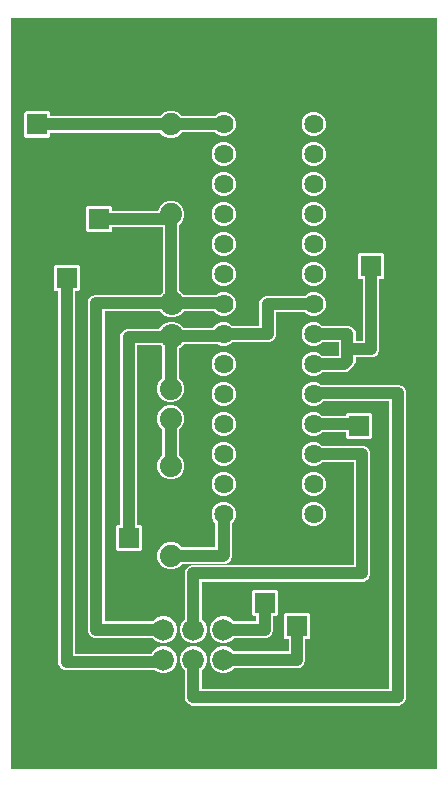
<source format=gbr>
G04 EAGLE Gerber RS-274X export*
G75*
%MOMM*%
%FSLAX34Y34*%
%LPD*%
%INBottom Copper*%
%IPPOS*%
%AMOC8*
5,1,8,0,0,1.08239X$1,22.5*%
G01*
%ADD10C,2.032000*%
%ADD11C,1.828800*%
%ADD12C,1.879600*%
%ADD13C,1.625600*%
%ADD14R,1.800000X1.800000*%
%ADD15C,1.000000*%
%ADD16C,0.009000*%

G36*
X360043Y-9D02*
X360043Y-9D01*
X360039Y-4D01*
X360044Y0D01*
X360044Y635000D01*
X360009Y635043D01*
X360004Y635039D01*
X360000Y635044D01*
X0Y635044D01*
X-43Y635009D01*
X-39Y635004D01*
X-44Y635000D01*
X-44Y0D01*
X-9Y-43D01*
X-4Y-39D01*
X0Y-44D01*
X360000Y-44D01*
X360043Y-9D01*
G37*
%LPC*%
G36*
X127077Y106223D02*
X127077Y106223D01*
X122969Y107925D01*
X120539Y110354D01*
X120518Y110356D01*
X120516Y110360D01*
X120514Y110360D01*
X120508Y110367D01*
X71101Y110367D01*
X68516Y111438D01*
X66538Y113416D01*
X65467Y116001D01*
X65467Y395269D01*
X66538Y397854D01*
X68516Y399832D01*
X71101Y400903D01*
X125971Y400903D01*
X125989Y400917D01*
X126003Y400916D01*
X128654Y403567D01*
X128656Y403587D01*
X128666Y403595D01*
X128665Y403597D01*
X128667Y403599D01*
X128667Y457923D01*
X128632Y457966D01*
X128627Y457962D01*
X128623Y457967D01*
X86077Y457967D01*
X86034Y457932D01*
X86038Y457927D01*
X86033Y457923D01*
X86033Y455158D01*
X84842Y453967D01*
X65158Y453967D01*
X63967Y455158D01*
X63967Y474842D01*
X65158Y476033D01*
X84842Y476033D01*
X86033Y474842D01*
X86033Y472077D01*
X86068Y472034D01*
X86073Y472038D01*
X86077Y472033D01*
X124637Y472033D01*
X124666Y472056D01*
X124678Y472060D01*
X126010Y475275D01*
X129225Y478490D01*
X133426Y480231D01*
X137974Y480231D01*
X142175Y478490D01*
X145390Y475275D01*
X147131Y471074D01*
X147131Y466526D01*
X145390Y462325D01*
X142746Y459680D01*
X142743Y459658D01*
X142733Y459649D01*
X142733Y404391D01*
X142756Y404362D01*
X142760Y404350D01*
X143107Y404206D01*
X146397Y400916D01*
X146420Y400913D01*
X146426Y400905D01*
X146427Y400905D01*
X146429Y400903D01*
X173815Y400903D01*
X173832Y400917D01*
X173846Y400916D01*
X174444Y401514D01*
X178179Y403061D01*
X182221Y403061D01*
X185956Y401514D01*
X188814Y398656D01*
X190361Y394921D01*
X190361Y390879D01*
X188814Y387144D01*
X185956Y384286D01*
X182221Y382739D01*
X178179Y382739D01*
X174444Y384286D01*
X171906Y386824D01*
X171884Y386826D01*
X171879Y386834D01*
X171878Y386834D01*
X171875Y386837D01*
X146429Y386837D01*
X146411Y386823D01*
X146397Y386824D01*
X143107Y383534D01*
X138625Y381677D01*
X133775Y381677D01*
X129293Y383534D01*
X126003Y386824D01*
X125981Y386826D01*
X125975Y386834D01*
X125974Y386834D01*
X125971Y386837D01*
X79577Y386837D01*
X79534Y386802D01*
X79535Y386800D01*
X79534Y386798D01*
X79536Y386795D01*
X79533Y386793D01*
X79533Y124477D01*
X79568Y124434D01*
X79573Y124438D01*
X79577Y124433D01*
X120508Y124433D01*
X120526Y124447D01*
X120539Y124446D01*
X122969Y126875D01*
X127077Y128577D01*
X131523Y128577D01*
X135631Y126875D01*
X138775Y123731D01*
X140477Y119623D01*
X140477Y115177D01*
X138775Y111069D01*
X135631Y107925D01*
X131523Y106223D01*
X127077Y106223D01*
G37*
%LPD*%
%LPC*%
G36*
X153301Y52967D02*
X153301Y52967D01*
X150716Y54038D01*
X148738Y56016D01*
X147667Y58601D01*
X147667Y83208D01*
X147653Y83226D01*
X147654Y83239D01*
X145225Y85669D01*
X143523Y89777D01*
X143523Y94223D01*
X145225Y98331D01*
X148369Y101475D01*
X152477Y103177D01*
X156923Y103177D01*
X161031Y101475D01*
X164175Y98331D01*
X165877Y94223D01*
X165877Y89777D01*
X164175Y85669D01*
X161746Y83239D01*
X161743Y83217D01*
X161733Y83208D01*
X161733Y67077D01*
X161768Y67034D01*
X161773Y67038D01*
X161777Y67033D01*
X320423Y67033D01*
X320466Y67068D01*
X320463Y67072D01*
X320466Y67074D01*
X320465Y67075D01*
X320467Y67077D01*
X320467Y310423D01*
X320432Y310466D01*
X320427Y310462D01*
X320423Y310467D01*
X264555Y310467D01*
X264538Y310453D01*
X264524Y310454D01*
X262156Y308086D01*
X258421Y306539D01*
X254379Y306539D01*
X250644Y308086D01*
X247786Y310944D01*
X246239Y314679D01*
X246239Y318721D01*
X247786Y322456D01*
X250644Y325314D01*
X254379Y326861D01*
X258421Y326861D01*
X262156Y325314D01*
X262924Y324546D01*
X262946Y324543D01*
X262955Y324533D01*
X328899Y324533D01*
X331484Y323462D01*
X333462Y321484D01*
X334533Y318899D01*
X334533Y58601D01*
X333462Y56016D01*
X331484Y54038D01*
X328899Y52967D01*
X153301Y52967D01*
G37*
%LPD*%
%LPC*%
G36*
X90158Y183967D02*
X90158Y183967D01*
X88967Y185158D01*
X88967Y204842D01*
X90158Y206033D01*
X92923Y206033D01*
X92966Y206068D01*
X92962Y206073D01*
X92967Y206077D01*
X92967Y366399D01*
X94038Y368984D01*
X96016Y370962D01*
X98601Y372033D01*
X125501Y372033D01*
X125530Y372056D01*
X125542Y372060D01*
X125864Y372837D01*
X129293Y376266D01*
X133775Y378123D01*
X138625Y378123D01*
X143107Y376266D01*
X146397Y372976D01*
X146420Y372973D01*
X146429Y372963D01*
X171435Y372963D01*
X171464Y372986D01*
X171476Y372990D01*
X171586Y373256D01*
X174444Y376114D01*
X178179Y377661D01*
X182221Y377661D01*
X185956Y376114D01*
X187524Y374546D01*
X187546Y374543D01*
X187555Y374533D01*
X210423Y374533D01*
X210466Y374568D01*
X210462Y374573D01*
X210467Y374577D01*
X210467Y394299D01*
X211538Y396884D01*
X213516Y398862D01*
X216101Y399933D01*
X249045Y399933D01*
X249062Y399947D01*
X249076Y399946D01*
X250644Y401514D01*
X254379Y403061D01*
X258421Y403061D01*
X262156Y401514D01*
X265014Y398656D01*
X266561Y394921D01*
X266561Y390879D01*
X265014Y387144D01*
X262156Y384286D01*
X258421Y382739D01*
X254379Y382739D01*
X250644Y384286D01*
X249076Y385854D01*
X249055Y385856D01*
X249052Y385860D01*
X249051Y385860D01*
X249045Y385867D01*
X224577Y385867D01*
X224534Y385832D01*
X224537Y385827D01*
X224534Y385825D01*
X224534Y385824D01*
X224533Y385823D01*
X224533Y366101D01*
X223462Y363516D01*
X221484Y361538D01*
X218899Y360467D01*
X187555Y360467D01*
X187537Y360453D01*
X187524Y360454D01*
X185956Y358886D01*
X182221Y357339D01*
X178179Y357339D01*
X174436Y358890D01*
X174426Y358886D01*
X174424Y358887D01*
X174415Y358897D01*
X146429Y358897D01*
X146411Y358883D01*
X146397Y358884D01*
X143107Y355594D01*
X142560Y355367D01*
X142549Y355346D01*
X142537Y355336D01*
X142540Y355332D01*
X142533Y355326D01*
X142533Y330351D01*
X142547Y330334D01*
X142546Y330320D01*
X145190Y327675D01*
X146931Y323474D01*
X146931Y318926D01*
X145190Y314725D01*
X141975Y311510D01*
X137774Y309769D01*
X133226Y309769D01*
X129025Y311510D01*
X125810Y314725D01*
X124069Y318926D01*
X124069Y323474D01*
X125810Y327675D01*
X128454Y330320D01*
X128457Y330342D01*
X128467Y330351D01*
X128467Y356401D01*
X128453Y356419D01*
X128454Y356433D01*
X126933Y357954D01*
X126910Y357957D01*
X126901Y357967D01*
X107077Y357967D01*
X107034Y357932D01*
X107038Y357927D01*
X107033Y357923D01*
X107033Y206077D01*
X107068Y206034D01*
X107073Y206038D01*
X107077Y206033D01*
X109842Y206033D01*
X111033Y204842D01*
X111033Y185158D01*
X109842Y183967D01*
X90158Y183967D01*
G37*
%LPD*%
%LPC*%
G36*
X127077Y80823D02*
X127077Y80823D01*
X122969Y82525D01*
X122539Y82954D01*
X122517Y82957D01*
X122508Y82967D01*
X46101Y82967D01*
X43516Y84038D01*
X41538Y86016D01*
X40467Y88601D01*
X40467Y403923D01*
X40432Y403966D01*
X40427Y403962D01*
X40423Y403967D01*
X37658Y403967D01*
X36467Y405158D01*
X36467Y424842D01*
X37658Y426033D01*
X57342Y426033D01*
X58533Y424842D01*
X58533Y405158D01*
X57342Y403967D01*
X54577Y403967D01*
X54534Y403932D01*
X54538Y403927D01*
X54533Y403923D01*
X54533Y97077D01*
X54568Y97034D01*
X54573Y97038D01*
X54577Y97033D01*
X119257Y97033D01*
X119286Y97056D01*
X119298Y97060D01*
X119825Y98331D01*
X122969Y101475D01*
X127077Y103177D01*
X131523Y103177D01*
X135631Y101475D01*
X138775Y98331D01*
X140477Y94223D01*
X140477Y89777D01*
X138775Y85669D01*
X135631Y82525D01*
X131523Y80823D01*
X127077Y80823D01*
G37*
%LPD*%
%LPC*%
G36*
X152477Y106223D02*
X152477Y106223D01*
X148369Y107925D01*
X145225Y111069D01*
X143523Y115177D01*
X143523Y119623D01*
X145225Y123731D01*
X147654Y126161D01*
X147657Y126183D01*
X147667Y126192D01*
X147667Y166399D01*
X148738Y168984D01*
X150716Y170962D01*
X153301Y172033D01*
X290423Y172033D01*
X290466Y172068D01*
X290462Y172073D01*
X290467Y172077D01*
X290467Y258823D01*
X290432Y258866D01*
X290427Y258862D01*
X290423Y258867D01*
X263755Y258867D01*
X263738Y258853D01*
X263724Y258854D01*
X262156Y257286D01*
X258421Y255739D01*
X254379Y255739D01*
X250644Y257286D01*
X247786Y260144D01*
X246239Y263879D01*
X246239Y267921D01*
X247786Y271656D01*
X250644Y274514D01*
X254379Y276061D01*
X258421Y276061D01*
X262156Y274514D01*
X263724Y272946D01*
X263746Y272943D01*
X263754Y272934D01*
X263755Y272933D01*
X298899Y272933D01*
X301484Y271862D01*
X303462Y269884D01*
X304533Y267299D01*
X304533Y163601D01*
X303462Y161016D01*
X301484Y159038D01*
X298899Y157967D01*
X161777Y157967D01*
X161734Y157932D01*
X161738Y157927D01*
X161733Y157923D01*
X161733Y126192D01*
X161747Y126174D01*
X161746Y126161D01*
X164175Y123731D01*
X165877Y119623D01*
X165877Y115177D01*
X164175Y111069D01*
X161031Y107925D01*
X156923Y106223D01*
X152477Y106223D01*
G37*
%LPD*%
%LPC*%
G36*
X254379Y331939D02*
X254379Y331939D01*
X250644Y333486D01*
X247786Y336344D01*
X246239Y340079D01*
X246239Y344121D01*
X247786Y347856D01*
X250644Y350714D01*
X254379Y352261D01*
X258421Y352261D01*
X262156Y350714D01*
X263724Y349146D01*
X263746Y349143D01*
X263755Y349133D01*
X277923Y349133D01*
X277966Y349168D01*
X277962Y349173D01*
X277967Y349177D01*
X277967Y360423D01*
X277932Y360466D01*
X277927Y360462D01*
X277923Y360467D01*
X263755Y360467D01*
X263738Y360453D01*
X263724Y360454D01*
X262156Y358886D01*
X258421Y357339D01*
X254379Y357339D01*
X250644Y358886D01*
X247786Y361744D01*
X246239Y365479D01*
X246239Y369521D01*
X247786Y373256D01*
X250644Y376114D01*
X254379Y377661D01*
X258421Y377661D01*
X262156Y376114D01*
X263724Y374546D01*
X263746Y374543D01*
X263755Y374533D01*
X286399Y374533D01*
X288984Y373462D01*
X290962Y371484D01*
X292033Y368899D01*
X292033Y362077D01*
X292068Y362034D01*
X292073Y362038D01*
X292077Y362033D01*
X297923Y362033D01*
X297966Y362068D01*
X297962Y362073D01*
X297967Y362077D01*
X297967Y413923D01*
X297932Y413966D01*
X297927Y413962D01*
X297923Y413967D01*
X295158Y413967D01*
X293967Y415158D01*
X293967Y434842D01*
X295158Y436033D01*
X314842Y436033D01*
X316033Y434842D01*
X316033Y415158D01*
X314842Y413967D01*
X312077Y413967D01*
X312034Y413932D01*
X312038Y413927D01*
X312033Y413923D01*
X312033Y353601D01*
X310962Y351016D01*
X308984Y349038D01*
X306399Y347967D01*
X292077Y347967D01*
X292034Y347932D01*
X292038Y347927D01*
X292033Y347923D01*
X292033Y343601D01*
X290962Y341016D01*
X286084Y336138D01*
X283499Y335067D01*
X263755Y335067D01*
X263738Y335053D01*
X263724Y335054D01*
X262156Y333486D01*
X258421Y331939D01*
X254379Y331939D01*
G37*
%LPD*%
%LPC*%
G36*
X133426Y533569D02*
X133426Y533569D01*
X129225Y535310D01*
X126580Y537954D01*
X126558Y537957D01*
X126549Y537967D01*
X33577Y537967D01*
X33534Y537932D01*
X33538Y537927D01*
X33533Y537923D01*
X33533Y535158D01*
X32342Y533967D01*
X12658Y533967D01*
X11467Y535158D01*
X11467Y554842D01*
X12658Y556033D01*
X32342Y556033D01*
X33533Y554842D01*
X33533Y552077D01*
X33568Y552034D01*
X33573Y552038D01*
X33577Y552033D01*
X126549Y552033D01*
X126566Y552047D01*
X126580Y552046D01*
X129225Y554690D01*
X133426Y556431D01*
X137974Y556431D01*
X142175Y554690D01*
X144520Y552346D01*
X144542Y552343D01*
X144551Y552333D01*
X172845Y552333D01*
X172863Y552347D01*
X172876Y552346D01*
X174444Y553914D01*
X178179Y555461D01*
X182221Y555461D01*
X185956Y553914D01*
X188814Y551056D01*
X190361Y547321D01*
X190361Y543279D01*
X188814Y539544D01*
X185956Y536686D01*
X182221Y535139D01*
X178179Y535139D01*
X174444Y536686D01*
X172876Y538254D01*
X172856Y538256D01*
X172855Y538257D01*
X172853Y538257D01*
X172845Y538267D01*
X145151Y538267D01*
X145134Y538253D01*
X145120Y538254D01*
X142175Y535310D01*
X137974Y533569D01*
X133426Y533569D01*
G37*
%LPD*%
%LPC*%
G36*
X177877Y80823D02*
X177877Y80823D01*
X173769Y82525D01*
X170625Y85669D01*
X168923Y89777D01*
X168923Y94223D01*
X170625Y98331D01*
X173769Y101475D01*
X177877Y103177D01*
X182323Y103177D01*
X186431Y101475D01*
X188861Y99046D01*
X188883Y99043D01*
X188892Y99033D01*
X235423Y99033D01*
X235466Y99068D01*
X235462Y99073D01*
X235467Y99077D01*
X235467Y108923D01*
X235432Y108966D01*
X235427Y108962D01*
X235423Y108967D01*
X232658Y108967D01*
X231467Y110158D01*
X231467Y129842D01*
X232658Y131033D01*
X252342Y131033D01*
X253533Y129842D01*
X253533Y110158D01*
X252342Y108967D01*
X249577Y108967D01*
X249534Y108932D01*
X249538Y108927D01*
X249533Y108923D01*
X249533Y90601D01*
X248462Y88016D01*
X246484Y86038D01*
X243899Y84967D01*
X188892Y84967D01*
X188874Y84953D01*
X188861Y84954D01*
X186431Y82525D01*
X182323Y80823D01*
X177877Y80823D01*
G37*
%LPD*%
%LPC*%
G36*
X133426Y168269D02*
X133426Y168269D01*
X129225Y170010D01*
X126010Y173225D01*
X124269Y177426D01*
X124269Y181974D01*
X126010Y186175D01*
X129225Y189390D01*
X133426Y191131D01*
X137974Y191131D01*
X142175Y189390D01*
X144520Y187046D01*
X144542Y187043D01*
X144551Y187033D01*
X173123Y187033D01*
X173166Y187068D01*
X173162Y187073D01*
X173167Y187077D01*
X173167Y207745D01*
X173153Y207762D01*
X173154Y207776D01*
X171586Y209344D01*
X170039Y213079D01*
X170039Y217121D01*
X171586Y220856D01*
X174444Y223714D01*
X178179Y225261D01*
X182221Y225261D01*
X185956Y223714D01*
X188814Y220856D01*
X190361Y217121D01*
X190361Y213079D01*
X188814Y209344D01*
X187246Y207776D01*
X187245Y207764D01*
X187242Y207763D01*
X187244Y207760D01*
X187243Y207754D01*
X187233Y207745D01*
X187233Y178801D01*
X186162Y176216D01*
X183984Y174038D01*
X181399Y172967D01*
X145151Y172967D01*
X145134Y172953D01*
X145120Y172954D01*
X142175Y170010D01*
X137974Y168269D01*
X133426Y168269D01*
G37*
%LPD*%
%LPC*%
G36*
X177877Y106223D02*
X177877Y106223D01*
X173769Y107925D01*
X170625Y111069D01*
X168923Y115177D01*
X168923Y119623D01*
X170625Y123731D01*
X173769Y126875D01*
X177877Y128577D01*
X182323Y128577D01*
X186431Y126875D01*
X188861Y124446D01*
X188883Y124443D01*
X188892Y124433D01*
X207923Y124433D01*
X207966Y124468D01*
X207962Y124473D01*
X207967Y124477D01*
X207967Y128923D01*
X207932Y128966D01*
X207927Y128962D01*
X207923Y128967D01*
X205158Y128967D01*
X203967Y130158D01*
X203967Y149842D01*
X205158Y151033D01*
X224842Y151033D01*
X226033Y149842D01*
X226033Y130158D01*
X224842Y128967D01*
X222077Y128967D01*
X222034Y128932D01*
X222038Y128927D01*
X222033Y128923D01*
X222033Y116001D01*
X220962Y113416D01*
X218984Y111438D01*
X216399Y110367D01*
X188892Y110367D01*
X188874Y110353D01*
X188861Y110354D01*
X186431Y107925D01*
X182323Y106223D01*
X177877Y106223D01*
G37*
%LPD*%
%LPC*%
G36*
X133426Y244469D02*
X133426Y244469D01*
X129225Y246210D01*
X126010Y249425D01*
X124269Y253626D01*
X124269Y258174D01*
X126010Y262375D01*
X128454Y264820D01*
X128457Y264842D01*
X128467Y264851D01*
X128467Y286649D01*
X128453Y286666D01*
X128454Y286680D01*
X125810Y289325D01*
X124069Y293526D01*
X124069Y298074D01*
X125810Y302275D01*
X129025Y305490D01*
X133226Y307231D01*
X137774Y307231D01*
X141975Y305490D01*
X145190Y302275D01*
X146931Y298074D01*
X146931Y293526D01*
X145190Y289325D01*
X142546Y286680D01*
X142544Y286667D01*
X142536Y286660D01*
X142540Y286655D01*
X142533Y286649D01*
X142533Y265251D01*
X142547Y265234D01*
X142546Y265220D01*
X145390Y262375D01*
X147131Y258174D01*
X147131Y253626D01*
X145390Y249425D01*
X142175Y246210D01*
X137974Y244469D01*
X133426Y244469D01*
G37*
%LPD*%
%LPC*%
G36*
X285158Y278967D02*
X285158Y278967D01*
X283967Y280158D01*
X283967Y284223D01*
X283932Y284266D01*
X283927Y284262D01*
X283923Y284267D01*
X263755Y284267D01*
X263738Y284253D01*
X263724Y284254D01*
X262156Y282686D01*
X258421Y281139D01*
X254379Y281139D01*
X250644Y282686D01*
X247786Y285544D01*
X246239Y289279D01*
X246239Y293321D01*
X247786Y297056D01*
X250644Y299914D01*
X254379Y301461D01*
X258421Y301461D01*
X262156Y299914D01*
X263724Y298346D01*
X263746Y298343D01*
X263754Y298334D01*
X263755Y298333D01*
X283923Y298333D01*
X283966Y298368D01*
X283966Y298369D01*
X283963Y298373D01*
X283967Y298377D01*
X283967Y299842D01*
X285158Y301033D01*
X304842Y301033D01*
X306033Y299842D01*
X306033Y280158D01*
X304842Y278967D01*
X285158Y278967D01*
G37*
%LPD*%
%LPC*%
G36*
X254379Y535139D02*
X254379Y535139D01*
X250644Y536686D01*
X247786Y539544D01*
X246239Y543279D01*
X246239Y547321D01*
X247786Y551056D01*
X250644Y553914D01*
X254379Y555461D01*
X258421Y555461D01*
X262156Y553914D01*
X265014Y551056D01*
X266561Y547321D01*
X266561Y543279D01*
X265014Y539544D01*
X262156Y536686D01*
X258421Y535139D01*
X254379Y535139D01*
G37*
%LPD*%
%LPC*%
G36*
X254379Y509739D02*
X254379Y509739D01*
X250644Y511286D01*
X247786Y514144D01*
X246239Y517879D01*
X246239Y521921D01*
X247786Y525656D01*
X250644Y528514D01*
X254379Y530061D01*
X258421Y530061D01*
X262156Y528514D01*
X265014Y525656D01*
X266561Y521921D01*
X266561Y517879D01*
X265014Y514144D01*
X262156Y511286D01*
X258421Y509739D01*
X254379Y509739D01*
G37*
%LPD*%
%LPC*%
G36*
X178179Y509739D02*
X178179Y509739D01*
X174444Y511286D01*
X171586Y514144D01*
X170039Y517879D01*
X170039Y521921D01*
X171586Y525656D01*
X174444Y528514D01*
X178179Y530061D01*
X182221Y530061D01*
X185956Y528514D01*
X188814Y525656D01*
X190361Y521921D01*
X190361Y517879D01*
X188814Y514144D01*
X185956Y511286D01*
X182221Y509739D01*
X178179Y509739D01*
G37*
%LPD*%
%LPC*%
G36*
X254379Y484339D02*
X254379Y484339D01*
X250644Y485886D01*
X247786Y488744D01*
X246239Y492479D01*
X246239Y496521D01*
X247786Y500256D01*
X250644Y503114D01*
X254379Y504661D01*
X258421Y504661D01*
X262156Y503114D01*
X265014Y500256D01*
X266561Y496521D01*
X266561Y492479D01*
X265014Y488744D01*
X262156Y485886D01*
X258421Y484339D01*
X254379Y484339D01*
G37*
%LPD*%
%LPC*%
G36*
X178179Y484339D02*
X178179Y484339D01*
X174444Y485886D01*
X171586Y488744D01*
X170039Y492479D01*
X170039Y496521D01*
X171586Y500256D01*
X174444Y503114D01*
X178179Y504661D01*
X182221Y504661D01*
X185956Y503114D01*
X188814Y500256D01*
X190361Y496521D01*
X190361Y492479D01*
X188814Y488744D01*
X185956Y485886D01*
X182221Y484339D01*
X178179Y484339D01*
G37*
%LPD*%
%LPC*%
G36*
X178179Y458939D02*
X178179Y458939D01*
X174444Y460486D01*
X171586Y463344D01*
X170039Y467079D01*
X170039Y471121D01*
X171586Y474856D01*
X174444Y477714D01*
X178179Y479261D01*
X182221Y479261D01*
X185956Y477714D01*
X188814Y474856D01*
X190361Y471121D01*
X190361Y467079D01*
X188814Y463344D01*
X185956Y460486D01*
X182221Y458939D01*
X178179Y458939D01*
G37*
%LPD*%
%LPC*%
G36*
X254379Y458939D02*
X254379Y458939D01*
X250644Y460486D01*
X247786Y463344D01*
X246239Y467079D01*
X246239Y471121D01*
X247786Y474856D01*
X250644Y477714D01*
X254379Y479261D01*
X258421Y479261D01*
X262156Y477714D01*
X265014Y474856D01*
X266561Y471121D01*
X266561Y467079D01*
X265014Y463344D01*
X262156Y460486D01*
X258421Y458939D01*
X254379Y458939D01*
G37*
%LPD*%
%LPC*%
G36*
X254379Y433539D02*
X254379Y433539D01*
X250644Y435086D01*
X247786Y437944D01*
X246239Y441679D01*
X246239Y445721D01*
X247786Y449456D01*
X250644Y452314D01*
X254379Y453861D01*
X258421Y453861D01*
X262156Y452314D01*
X265014Y449456D01*
X266561Y445721D01*
X266561Y441679D01*
X265014Y437944D01*
X262156Y435086D01*
X258421Y433539D01*
X254379Y433539D01*
G37*
%LPD*%
%LPC*%
G36*
X178179Y433539D02*
X178179Y433539D01*
X174444Y435086D01*
X171586Y437944D01*
X170039Y441679D01*
X170039Y445721D01*
X171586Y449456D01*
X174444Y452314D01*
X178179Y453861D01*
X182221Y453861D01*
X185956Y452314D01*
X188814Y449456D01*
X190361Y445721D01*
X190361Y441679D01*
X188814Y437944D01*
X185956Y435086D01*
X182221Y433539D01*
X178179Y433539D01*
G37*
%LPD*%
%LPC*%
G36*
X254379Y408139D02*
X254379Y408139D01*
X250644Y409686D01*
X247786Y412544D01*
X246239Y416279D01*
X246239Y420321D01*
X247786Y424056D01*
X250644Y426914D01*
X254379Y428461D01*
X258421Y428461D01*
X262156Y426914D01*
X265014Y424056D01*
X266561Y420321D01*
X266561Y416279D01*
X265014Y412544D01*
X262156Y409686D01*
X258421Y408139D01*
X254379Y408139D01*
G37*
%LPD*%
%LPC*%
G36*
X178179Y408139D02*
X178179Y408139D01*
X174444Y409686D01*
X171586Y412544D01*
X170039Y416279D01*
X170039Y420321D01*
X171586Y424056D01*
X174444Y426914D01*
X178179Y428461D01*
X182221Y428461D01*
X185956Y426914D01*
X188814Y424056D01*
X190361Y420321D01*
X190361Y416279D01*
X188814Y412544D01*
X185956Y409686D01*
X182221Y408139D01*
X178179Y408139D01*
G37*
%LPD*%
%LPC*%
G36*
X178179Y331939D02*
X178179Y331939D01*
X174444Y333486D01*
X171586Y336344D01*
X170039Y340079D01*
X170039Y344121D01*
X171586Y347856D01*
X174444Y350714D01*
X178179Y352261D01*
X182221Y352261D01*
X185956Y350714D01*
X188814Y347856D01*
X190361Y344121D01*
X190361Y340079D01*
X188814Y336344D01*
X185956Y333486D01*
X182221Y331939D01*
X178179Y331939D01*
G37*
%LPD*%
%LPC*%
G36*
X178179Y306539D02*
X178179Y306539D01*
X174444Y308086D01*
X171586Y310944D01*
X170039Y314679D01*
X170039Y318721D01*
X171586Y322456D01*
X174444Y325314D01*
X178179Y326861D01*
X182221Y326861D01*
X185956Y325314D01*
X188814Y322456D01*
X190361Y318721D01*
X190361Y314679D01*
X188814Y310944D01*
X185956Y308086D01*
X182221Y306539D01*
X178179Y306539D01*
G37*
%LPD*%
%LPC*%
G36*
X178179Y281139D02*
X178179Y281139D01*
X174444Y282686D01*
X171586Y285544D01*
X170039Y289279D01*
X170039Y293321D01*
X171586Y297056D01*
X174444Y299914D01*
X178179Y301461D01*
X182221Y301461D01*
X185956Y299914D01*
X188814Y297056D01*
X190361Y293321D01*
X190361Y289279D01*
X188814Y285544D01*
X185956Y282686D01*
X182221Y281139D01*
X178179Y281139D01*
G37*
%LPD*%
%LPC*%
G36*
X178179Y255739D02*
X178179Y255739D01*
X174444Y257286D01*
X171586Y260144D01*
X170039Y263879D01*
X170039Y267921D01*
X171586Y271656D01*
X174444Y274514D01*
X178179Y276061D01*
X182221Y276061D01*
X185956Y274514D01*
X188814Y271656D01*
X190361Y267921D01*
X190361Y263879D01*
X188814Y260144D01*
X185956Y257286D01*
X182221Y255739D01*
X178179Y255739D01*
G37*
%LPD*%
%LPC*%
G36*
X254379Y230339D02*
X254379Y230339D01*
X250644Y231886D01*
X247786Y234744D01*
X246239Y238479D01*
X246239Y242521D01*
X247786Y246256D01*
X250644Y249114D01*
X254379Y250661D01*
X258421Y250661D01*
X262156Y249114D01*
X265014Y246256D01*
X266561Y242521D01*
X266561Y238479D01*
X265014Y234744D01*
X262156Y231886D01*
X258421Y230339D01*
X254379Y230339D01*
G37*
%LPD*%
%LPC*%
G36*
X178179Y230339D02*
X178179Y230339D01*
X174444Y231886D01*
X171586Y234744D01*
X170039Y238479D01*
X170039Y242521D01*
X171586Y246256D01*
X174444Y249114D01*
X178179Y250661D01*
X182221Y250661D01*
X185956Y249114D01*
X188814Y246256D01*
X190361Y242521D01*
X190361Y238479D01*
X188814Y234744D01*
X185956Y231886D01*
X182221Y230339D01*
X178179Y230339D01*
G37*
%LPD*%
%LPC*%
G36*
X254379Y204939D02*
X254379Y204939D01*
X250644Y206486D01*
X247786Y209344D01*
X246239Y213079D01*
X246239Y217121D01*
X247786Y220856D01*
X250644Y223714D01*
X254379Y225261D01*
X258421Y225261D01*
X262156Y223714D01*
X265014Y220856D01*
X266561Y217121D01*
X266561Y213079D01*
X265014Y209344D01*
X262156Y206486D01*
X258421Y204939D01*
X254379Y204939D01*
G37*
%LPD*%
D10*
X136200Y365930D03*
X136200Y393870D03*
D11*
X129300Y92000D03*
X154700Y92000D03*
X180100Y92000D03*
X180100Y117400D03*
X154700Y117400D03*
X129300Y117400D03*
D12*
X135500Y295800D03*
X135500Y321200D03*
X135700Y255900D03*
X135700Y179700D03*
X135700Y545000D03*
X135700Y468800D03*
D13*
X180200Y545300D03*
X180200Y519900D03*
X180200Y494500D03*
X180200Y469100D03*
X180200Y443700D03*
X180200Y418300D03*
X180200Y392900D03*
X180200Y367500D03*
X180200Y342100D03*
X180200Y316700D03*
X180200Y291300D03*
X180200Y265900D03*
X180200Y240500D03*
X180200Y215100D03*
X256400Y215100D03*
X256400Y240500D03*
X256400Y265900D03*
X256400Y291300D03*
X256400Y316700D03*
X256400Y342100D03*
X256400Y367500D03*
X256400Y392900D03*
X256400Y418300D03*
X256400Y443700D03*
X256400Y469100D03*
X256400Y494500D03*
X256400Y519900D03*
X256400Y545300D03*
D14*
X305000Y425000D03*
D15*
X282100Y342100D02*
X256400Y342100D01*
X282100Y342100D02*
X285000Y345000D01*
X285000Y355000D01*
X285000Y367500D01*
X256400Y367500D01*
X285000Y355000D02*
X305000Y355000D01*
X305000Y425000D01*
X129300Y117400D02*
X72500Y117400D01*
X72500Y393870D01*
X135700Y465000D02*
X135700Y468800D01*
X135700Y465000D02*
X75000Y465000D01*
D14*
X75000Y465000D03*
D15*
X136200Y393870D02*
X180200Y393870D01*
X180200Y392900D01*
X136200Y393870D02*
X135700Y393870D01*
X135700Y468800D01*
X135700Y393870D02*
X72500Y393870D01*
X154700Y165000D02*
X154700Y117400D01*
X256400Y265900D02*
X297500Y265900D01*
X297500Y165000D02*
X154700Y165000D01*
X297500Y165000D02*
X297500Y265900D01*
X256400Y392900D02*
X217500Y392900D01*
X217500Y367500D01*
X180200Y367500D02*
X178630Y365930D01*
X136200Y365930D01*
X180200Y367500D02*
X217500Y367500D01*
X215000Y117400D02*
X180100Y117400D01*
X215000Y117400D02*
X215000Y140000D01*
D14*
X215000Y140000D03*
X100000Y195000D03*
D15*
X100000Y365000D01*
X136200Y365000D02*
X136200Y365930D01*
X136200Y365000D02*
X100000Y365000D01*
X135500Y365930D02*
X135500Y321200D01*
X135500Y365930D02*
X136200Y365930D01*
X256400Y291300D02*
X293700Y291300D01*
X295000Y290000D01*
D14*
X295000Y290000D03*
D15*
X129300Y92000D02*
X129300Y90000D01*
X47500Y90000D01*
X47500Y415000D01*
D14*
X47500Y415000D03*
D15*
X154700Y92000D02*
X154700Y60000D01*
X327500Y60000D01*
X256400Y316700D02*
X256400Y317500D01*
X327500Y317500D02*
X327500Y60000D01*
X327500Y317500D02*
X256400Y317500D01*
X242500Y92000D02*
X180100Y92000D01*
X242500Y92000D02*
X242500Y120000D01*
D14*
X242500Y120000D03*
X22500Y545000D03*
D15*
X135700Y545000D01*
X136000Y545300D01*
X180200Y545300D01*
X136000Y180000D02*
X135700Y179700D01*
X136000Y180000D02*
X180000Y180000D01*
X180200Y180200D01*
X180200Y215100D01*
X135700Y255900D02*
X135500Y255900D01*
X135500Y295800D01*
D16*
X0Y0D02*
X0Y635000D01*
X0Y0D02*
X360000Y0D01*
X360000Y635000D01*
X0Y635000D01*
M02*

</source>
